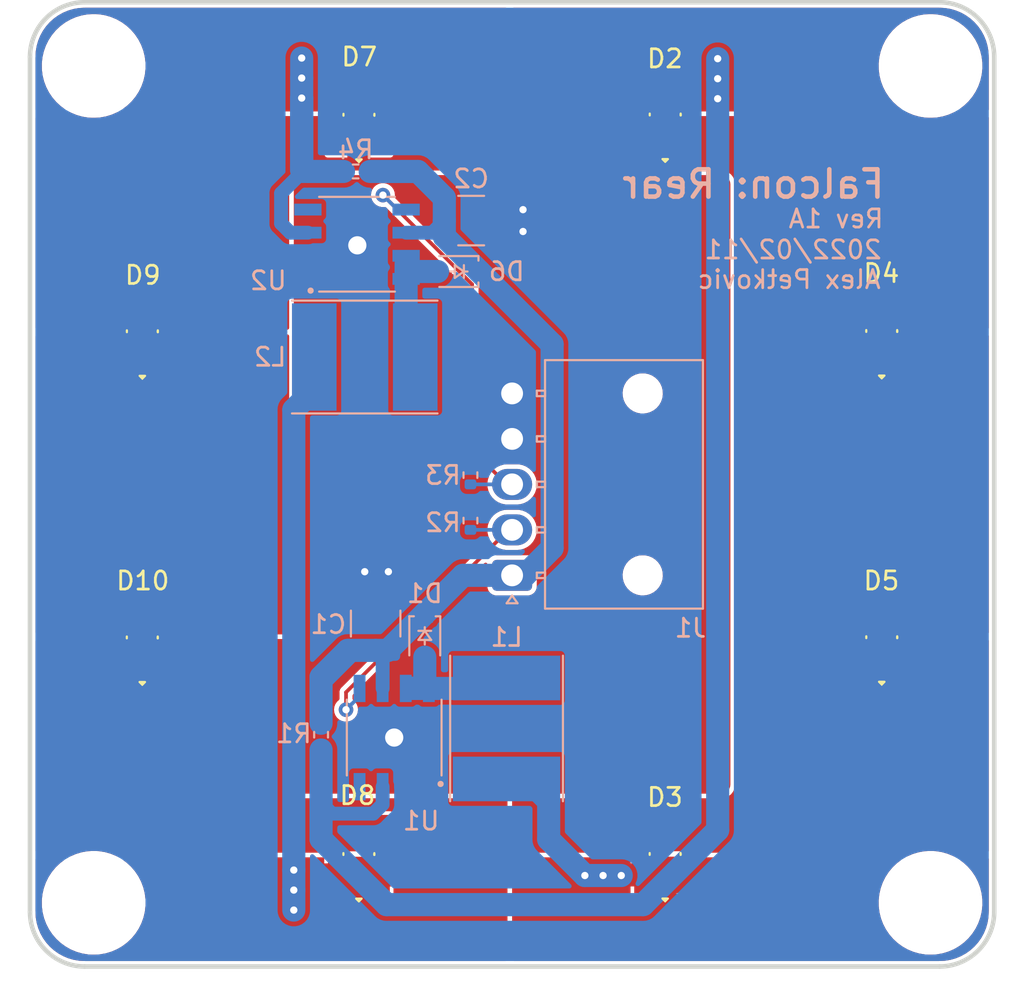
<source format=kicad_pcb>
(kicad_pcb (version 20211014) (generator pcbnew)
  (title_block (title "Project Falcon") (date "2022-02-11") (rev "1A") (company "University of Waterloo") (comment 1 "Mechatronics Engineering") (comment 2 "Final Year Design Project (Capstone)") (comment 3 "Alex Petkovic") (comment 4 "Rear Auxilliary PCB"))
  (layers (0 "F.Cu" signal) (31 "B.Cu" signal) (34 "B.Paste" user) (35 "F.Paste" user) (36 "B.SilkS" user "B.Silkscreen") (37 "F.SilkS" user "F.Silkscreen") (38 "B.Mask" user) (39 "F.Mask" user) (44 "Edge.Cuts" user))
  (net 0 "")
  (net 1 "GND")
  (net 2 "VSYS_SW")
  (net 3 "Net-(D1-Pad2)")
  (net 4 "Net-(D2-Pad1)")
  (net 5 "Net-(D7-Pad1)")
  (net 6 "PWM_LED_REAR1")
  (net 9 "/LED1_P")
  (net 10 "/LED1_N")
  (net 11 "/LED2_P")
  (net 12 "/LED2_N")
  (net 13 "PWM_LED_REAR2")
  (net 14 "Net-(D4-Pad1)")
  (net 15 "Net-(D6-Pad2)")
  (net 16 "Net-(D10-Pad1)")
  (net 17 "Net-(D10-Pad2)")
  (net 18 "Net-(D3-Pad2)")
  (footprint "JetkovKiCADLib:XQ-A-LED_Large" (layer "F.Cu") (at 153.415749 75.668547 -90)
    (fp_text reference "D2" (at -3.068547 0.015749) (layer "F.SilkS"))
    (fp_text value "XQA LED 1616 SMD")
    (fp_line (start 0.05 -0.85) (end -0.05 -0.85) (layer "F.SilkS") (width 0.12))
    (fp_line (start 0.05 0.85) (end -0.05 0.85) (layer "F.SilkS") (width 0.12))
    (fp_line (start 0 -0.85) (end 0.05 -0.85) (layer "F.SilkS") (width 0.12))
    (fp_poly (pts (xy 2.6 0) (xy 2.45 0.15) (xy 2.45 -0.15)) (layer "F.SilkS") (width 0.12) (fill solid))
    (pad "1" smd rect (at 1.15 0 270) (size 2 3.4) (layers "F.Cu" "F.Paste" "F.Mask") (net 4 "Net-(D2-Pad1)"))
    (pad "2" smd rect (at -1.15 0 270) (size 2 3.4) (layers "F.Cu" "F.Paste" "F.Mask") (net 9 "/LED1_P"))
  )
  (footprint "JetkovKiCADLib:MountingHole_2.7mm_M2.5_Clearanced" (layer "F.Cu") (at 122 119)
    (fp_text reference "H4" hide)
    (fp_text value "MountingHole")
    (pad "" np_thru_hole circle (at 0 0) (size 2.7 2.7) (drill 2.7) (layers F&B.Cu *.Mask) (clearance 1.5))
  )
  (footprint "JetkovKiCADLib:XQ-A-LED_Large" (layer "F.Cu") (at 136.577527 116.319111 -90)
    (fp_text reference "D8" (at -3.219111 0.077527) (layer "F.SilkS"))
    (fp_text value "XQA LED 1616 SMD")
    (fp_line (start 0.05 -0.85) (end -0.05 -0.85) (layer "F.SilkS") (width 0.12))
    (fp_line (start 0.05 0.85) (end -0.05 0.85) (layer "F.SilkS") (width 0.12))
    (fp_line (start 0 -0.85) (end 0.05 -0.85) (layer "F.SilkS") (width 0.12))
    (fp_poly (pts (xy 2.6 0) (xy 2.45 0.15) (xy 2.45 -0.15)) (layer "F.SilkS") (width 0.12) (fill solid))
    (pad "1" smd rect (at 1.15 0 270) (size 2 3.4) (layers "F.Cu" "F.Paste" "F.Mask") (net 12 "/LED2_N"))
    (pad "2" smd rect (at -1.15 0 270) (size 2 3.4) (layers "F.Cu" "F.Paste" "F.Mask") (net 16 "Net-(D10-Pad1)"))
  )
  (footprint "JetkovKiCADLib:XQ-A-LED_Large" (layer "F.Cu") (at 165.318275 104.399999 -90)
    (fp_text reference "D5" (at -3.099999 0.018275) (layer "F.SilkS"))
    (fp_text value "XQA LED 1616 SMD")
    (fp_line (start 0 -0.85) (end 0.05 -0.85) (layer "F.SilkS") (width 0.12))
    (fp_line (start 0.05 -0.85) (end -0.05 -0.85) (layer "F.SilkS") (width 0.12))
    (fp_line (start 0.05 0.85) (end -0.05 0.85) (layer "F.SilkS") (width 0.12))
    (fp_poly (pts (xy 2.6 0) (xy 2.45 0.15) (xy 2.45 -0.15)) (layer "F.SilkS") (width 0.12) (fill solid))
    (pad "1" smd rect (at 1.15 0 270) (size 2 3.4) (layers "F.Cu" "F.Paste" "F.Mask") (net 18 "Net-(D3-Pad2)"))
    (pad "2" smd rect (at -1.15 0 270) (size 2 3.4) (layers "F.Cu" "F.Paste" "F.Mask") (net 14 "Net-(D4-Pad1)"))
  )
  (footprint "JetkovKiCADLib:XQ-A-LED_Large" (layer "F.Cu") (at 136.581487 75.682264 -90)
    (fp_text reference "D7" (at -3.182264 -0.018513) (layer "F.SilkS"))
    (fp_text value "XQA LED 1616 SMD")
    (fp_line (start 0 -0.85) (end 0.05 -0.85) (layer "F.SilkS") (width 0.12))
    (fp_line (start 0.05 -0.85) (end -0.05 -0.85) (layer "F.SilkS") (width 0.12))
    (fp_line (start 0.05 0.85) (end -0.05 0.85) (layer "F.SilkS") (width 0.12))
    (fp_poly (pts (xy 2.6 0) (xy 2.45 0.15) (xy 2.45 -0.15)) (layer "F.SilkS") (width 0.12) (fill solid))
    (pad "1" smd rect (at 1.15 0 270) (size 2 3.4) (layers "F.Cu" "F.Paste" "F.Mask") (net 5 "Net-(D7-Pad1)"))
    (pad "2" smd rect (at -1.15 0 270) (size 2 3.4) (layers "F.Cu" "F.Paste" "F.Mask") (net 11 "/LED2_P"))
  )
  (footprint "JetkovKiCADLib:XQ-A-LED_Large" (layer "F.Cu") (at 153.412771 116.313853 -90)
    (fp_text reference "D3" (at -3.113853 0.012771) (layer "F.SilkS"))
    (fp_text value "XQA LED 1616 SMD")
    (fp_line (start 0.05 -0.85) (end -0.05 -0.85) (layer "F.SilkS") (width 0.12))
    (fp_line (start 0.05 0.85) (end -0.05 0.85) (layer "F.SilkS") (width 0.12))
    (fp_line (start 0 -0.85) (end 0.05 -0.85) (layer "F.SilkS") (width 0.12))
    (fp_poly (pts (xy 2.6 0) (xy 2.45 0.15) (xy 2.45 -0.15)) (layer "F.SilkS") (width 0.12) (fill solid))
    (pad "1" smd rect (at 1.15 0 270) (size 2 3.4) (layers "F.Cu" "F.Paste" "F.Mask") (net 10 "/LED1_N"))
    (pad "2" smd rect (at -1.15 0 270) (size 2 3.4) (layers "F.Cu" "F.Paste" "F.Mask") (net 18 "Net-(D3-Pad2)"))
  )
  (footprint "JetkovKiCADLib:XQ-A-LED_Large" (layer "F.Cu") (at 124.676038 87.5824 -90)
    (fp_text reference "D9" (at -3.0824 -0.023962) (layer "F.SilkS"))
    (fp_text value "XQA LED 1616 SMD")
    (fp_line (start 0 -0.85) (end 0.05 -0.85) (layer "F.SilkS") (width 0.12))
    (fp_line (start 0.05 0.85) (end -0.05 0.85) (layer "F.SilkS") (width 0.12))
    (fp_line (start 0.05 -0.85) (end -0.05 -0.85) (layer "F.SilkS") (width 0.12))
    (fp_poly (pts (xy 2.6 0) (xy 2.45 0.15) (xy 2.45 -0.15)) (layer "F.SilkS") (width 0.12) (fill solid))
    (pad "1" smd rect (at 1.15 0 270) (size 2 3.4) (layers "F.Cu" "F.Paste" "F.Mask") (net 17 "Net-(D10-Pad2)"))
    (pad "2" smd rect (at -1.15 0 270) (size 2 3.4) (layers "F.Cu" "F.Paste" "F.Mask") (net 5 "Net-(D7-Pad1)"))
  )
  (footprint "JetkovKiCADLib:XQ-A-LED_Large" (layer "F.Cu") (at 165.317478 87.567539 -90)
    (fp_text reference "D4" (at -3.167539 0.017478) (layer "F.SilkS"))
    (fp_text value "XQA LED 1616 SMD")
    (fp_line (start 0 -0.85) (end 0.05 -0.85) (layer "F.SilkS") (width 0.12))
    (fp_line (start 0.05 -0.85) (end -0.05 -0.85) (layer "F.SilkS") (width 0.12))
    (fp_line (start 0.05 0.85) (end -0.05 0.85) (layer "F.SilkS") (width 0.12))
    (fp_poly (pts (xy 2.6 0) (xy 2.45 0.15) (xy 2.45 -0.15)) (layer "F.SilkS") (width 0.12) (fill solid))
    (pad "1" smd rect (at 1.15 0 270) (size 2 3.4) (layers "F.Cu" "F.Paste" "F.Mask") (net 14 "Net-(D4-Pad1)"))
    (pad "2" smd rect (at -1.15 0 270) (size 2 3.4) (layers "F.Cu" "F.Paste" "F.Mask") (net 4 "Net-(D2-Pad1)"))
  )
  (footprint "JetkovKiCADLib:MountingHole_2.7mm_M2.5_Clearanced" (layer "F.Cu") (at 122 73)
    (fp_text reference "H2" hide)
    (fp_text value "MountingHole")
    (pad "" np_thru_hole circle (at 0 0) (size 2.7 2.7) (drill 2.7) (layers F&B.Cu *.Mask) (clearance 1.5))
  )
  (footprint "JetkovKiCADLib:XQ-A-LED_Large" (layer "F.Cu") (at 124.672292 104.412605 -90)
    (fp_text reference "D10" (at -3.112605 -0.027708) (layer "F.SilkS"))
    (fp_text value "XQA LED 1616 SMD")
    (fp_line (start 0 -0.85) (end 0.05 -0.85) (layer "F.SilkS") (width 0.12))
    (fp_line (start 0.05 0.85) (end -0.05 0.85) (layer "F.SilkS") (width 0.12))
    (fp_line (start 0.05 -0.85) (end -0.05 -0.85) (layer "F.SilkS") (width 0.12))
    (fp_poly (pts (xy 2.6 0) (xy 2.45 0.15) (xy 2.45 -0.15)) (layer "F.SilkS") (width 0.12) (fill solid))
    (pad "1" smd rect (at 1.15 0 270) (size 2 3.4) (layers "F.Cu" "F.Paste" "F.Mask") (net 16 "Net-(D10-Pad1)"))
    (pad "2" smd rect (at -1.15 0 270) (size 2 3.4) (layers "F.Cu" "F.Paste" "F.Mask") (net 17 "Net-(D10-Pad2)"))
  )
  (footprint "JetkovKiCADLib:MountingHole_2.7mm_M2.5_Clearanced" (layer "F.Cu") (at 168 73)
    (fp_text reference "H3" hide)
    (fp_text value "MountingHole")
    (pad "" np_thru_hole circle (at 0 0) (size 2.7 2.7) (drill 2.7) (layers F&B.Cu *.Mask) (clearance 1.5))
  )
  (footprint "JetkovKiCADLib:MountingHole_2.7mm_M2.5_Clearanced" (layer "F.Cu") (at 168 119)
    (fp_text reference "H1" hide)
    (fp_text value "MountingHole")
    (pad "" np_thru_hole circle (at 0 0) (size 2.7 2.7) (drill 2.7) (layers F&B.Cu *.Mask) (clearance 1.5))
  )
  (footprint "JetkovKiCADLib:8-SOIC_SO-8EP_DIO" (layer "B.Cu") (at 136.475 82.8)
    (fp_text reference "U2" (at -4.875 2) (layer "B.SilkS") (effects (justify mirror)))
    (fp_text value "AL8843QSP-13" hide)
    (fp_line (start 2.0828 2.6035) (end -2.0828 2.6035) (layer "B.SilkS") (width 0.12))
    (fp_line (start -2.0828 -2.6035) (end 2.0828 -2.6035) (layer "B.SilkS") (width 0.12))
    (fp_circle (center -2.55 2.55) (end -2.440722 2.532188) (layer "B.SilkS") (width 0.12) (fill none))
    (fp_circle (center -2.55 2.55) (end -2.55 2.55) (layer "B.SilkS") (width 0.12) (fill none))
    (pad "1" smd rect (at -2.7 1.905) (size 1.5 0.65) (layers "B.Cu" "B.Paste" "B.Mask") (net 1 "GND"))
    (pad "2" smd rect (at -2.7 0.635) (size 1.5 0.65) (layers "B.Cu" "B.Paste" "B.Mask") (net 1 "GND"))
    (pad "3" smd rect (at -2.7 -0.635) (size 1.5 0.65) (layers "B.Cu" "B.Paste" "B.Mask") (net 11 "/LED2_P"))
    (pad "4" smd rect (at -2.7 -1.905) (size 1.5 0.65) (layers "B.Cu" "B.Paste" "B.Mask"))
    (pad "5" smd rect (at 2.7 -1.905) (size 1.5 0.65) (layers "B.Cu" "B.Paste" "B.Mask") (net 13 "PWM_LED_REAR2"))
    (pad "6" smd rect (at 2.7 -0.635) (size 1.5 0.65) (layers "B.Cu" "B.Paste" "B.Mask") (net 2 "VSYS_SW"))
    (pad "7" smd rect (at 2.7 0.635) (size 1.5 0.65) (layers "B.Cu" "B.Paste" "B.Mask") (net 15 "Net-(D6-Pad2)"))
    (pad "8" smd rect (at 2.7 1.905) (size 1.5 0.65) (layers "B.Cu" "B.Paste" "B.Mask") (net 15 "Net-(D6-Pad2)"))
    (pad "EPAD" smd rect (at 0 0) (size 2.7 3.6) (layers "B.Cu" "B.Mask") (net 1 "GND"))
  )
  (footprint "Resistor_SMD:R_0402_1005Metric" (layer "B.Cu") (at 142.710115 95.49 -90)
    (fp_text reference "R3" (at 0.01 1.510115 180) (layer "B.SilkS") (effects (justify mirror)))
    (fp_text value "1M")
    (fp_line (start -0.153641 0.38) (end 0.153641 0.38) (layer "B.SilkS") (width 0.12))
    (fp_line (start -0.153641 -0.38) (end 0.153641 -0.38) (layer "B.SilkS") (width 0.12))
    (pad "1" smd roundrect locked (at -0.51 0 270) (size 0.54 0.64) (layers "B.Cu" "B.Paste" "B.Mask") (net 1 "GND"))
    (pad "2" smd roundrect locked (at 0.51 0 270) (size 0.54 0.64) (layers "B.Cu" "B.Paste" "B.Mask") (net 13 "PWM_LED_REAR2"))
  )
  (footprint "JetkovKiCADLib:L_Taiyo-Yuden_NR-60xx_HandSoldering" (layer "B.Cu") (at 144.6945 109.4166 -90)
    (fp_text reference "L1" (at -5.0166 -0.0055) (layer "B.SilkS") (effects (justify mirror)))
    (fp_text value "100uH")
    (fp_line (start -4 -3.1) (end 4 -3.1) (layer "B.SilkS") (width 0.12))
    (fp_line (start -4 3.1) (end 4 3.1) (layer "B.SilkS") (width 0.12))
    (pad "1" smd rect (at -2.775 0 270) (size 2.45 5.9) (layers "B.Cu" "B.Paste" "B.Mask") (net 3 "Net-(D1-Pad2)"))
    (pad "2" smd rect (at 2.775 0 270) (size 2.45 5.9) (layers "B.Cu" "B.Paste" "B.Mask") (net 10 "/LED1_N"))
  )
  (footprint "JetkovKiCADLib:L_Taiyo-Yuden_NR-60xx_HandSoldering" (layer "B.Cu") (at 136.9 89 180)
    (fp_text reference "L2" (at 5.2 0) (layer "B.SilkS") (effects (justify mirror)))
    (fp_text value "100uH")
    (fp_line (start -4 -3.1) (end 4 -3.1) (layer "B.SilkS") (width 0.12))
    (fp_line (start -4 3.1) (end 4 3.1) (layer "B.SilkS") (width 0.12))
    (pad "1" smd rect (at -2.775 0 180) (size 2.45 5.9) (layers "B.Cu" "B.Paste" "B.Mask") (net 15 "Net-(D6-Pad2)"))
    (pad "2" smd rect (at 2.775 0 180) (size 2.45 5.9) (layers "B.Cu" "B.Paste" "B.Mask") (net 12 "/LED2_N"))
  )
  (footprint "Resistor_SMD:R_0402_1005Metric" (layer "B.Cu") (at 136.4 78.8)
    (fp_text reference "R4" (at 0 -1.2) (layer "B.SilkS") (effects (justify mirror)))
    (fp_text value "499m")
    (fp_line (start -0.153641 0.38) (end 0.153641 0.38) (layer "B.SilkS") (width 0.12))
    (fp_line (start -0.153641 -0.38) (end 0.153641 -0.38) (layer "B.SilkS") (width 0.12))
    (pad "1" smd roundrect locked (at -0.51 0) (size 0.54 0.64) (layers "B.Cu" "B.Paste" "B.Mask") (net 11 "/LED2_P"))
    (pad "2" smd roundrect locked (at 0.51 0) (size 0.54 0.64) (layers "B.Cu" "B.Paste" "B.Mask") (net 2 "VSYS_SW"))
  )
  (footprint "Capacitor_SMD:C_1210_3225Metric" (layer "B.Cu") (at 137.5 103.65 -90)
    (fp_text reference "C1" (at 0.05 2.6) (layer "B.SilkS") (effects (justify mirror)))
    (fp_text value "10uF")
    (fp_line (start -0.711252 1.36) (end 0.711252 1.36) (layer "B.SilkS") (width 0.12))
    (fp_line (start -0.711252 -1.36) (end 0.711252 -1.36) (layer "B.SilkS") (width 0.12))
    (pad "1" smd roundrect locked (at -1.475 0 270) (size 1.15 2.7) (layers "B.Cu" "B.Paste" "B.Mask") (roundrect_rratio 0.2173913043) (net 1 "GND"))
    (pad "2" smd roundrect locked (at 1.475 0 270) (size 1.15 2.7) (layers "B.Cu" "B.Paste" "B.Mask") (roundrect_rratio 0.2173913043) (net 2 "VSYS_SW"))
  )
  (footprint "JetkovKiCADLib:SC-76-SOD-323_USC_TSB" (layer "B.Cu") (at 142.05 84.3 180)
    (fp_text reference "D6" (at -2.65 0) (layer "B.SilkS") (effects (justify mirror)))
    (fp_text value "500mA")
    (fp_line (start -1.1 -0.85) (end 1.05 -0.85) (layer "B.SilkS") (width 0.12))
    (fp_line (start -1.1 -0.85) (end -1.1 -0.6) (layer "B.SilkS") (width 0.12))
    (fp_line (start 0.2 0.35) (end 0.2 -0.35) (layer "B.SilkS") (width 0.12))
    (fp_line (start -0.3 0) (end -0.5 0) (layer "B.SilkS") (width 0.12))
    (fp_line (start 0.2 0) (end 0.45 0) (layer "B.SilkS") (width 0.12))
    (fp_line (start -0.3 0) (end 0.2 0.35) (layer "B.SilkS") (width 0.12))
    (fp_line (start -1.1 0.85) (end -1.1 0.6) (layer "B.SilkS") (width 0.12))
    (fp_line (start -0.3 0.35) (end -0.3 -0.35) (layer "B.SilkS") (width 0.12))
    (fp_line (start 0.2 -0.35) (end -0.3 0) (layer "B.SilkS") (width 0.12))
    (fp_line (start -1.1 0.85) (end 1.05 0.85) (layer "B.SilkS") (width 0.12))
    (pad "1" smd rect (at -1.15 0 180) (size 0.8 0.9) (layers "B.Cu" "B.Paste" "B.Mask") (net 2 "VSYS_SW"))
    (pad "2" smd rect (at 1.15 0 180) (size 0.8 0.9) (layers "B.Cu" "B.Paste" "B.Mask") (net 15 "Net-(D6-Pad2)"))
  )
  (footprint "Capacitor_SMD:C_1210_3225Metric" (layer "B.Cu") (at 142.75 81.5 180)
    (fp_text reference "C2" (at 0 2.3) (layer "B.SilkS") (effects (justify mirror)))
    (fp_text value "10uF")
    (fp_line (start -0.711252 -1.36) (end 0.711252 -1.36) (layer "B.SilkS") (width 0.12))
    (fp_line (start -0.711252 1.36) (end 0.711252 1.36) (layer "B.SilkS") (width 0.12))
    (pad "1" smd roundrect locked (at -1.475 0 180) (size 1.15 2.7) (layers "B.Cu" "B.Paste" "B.Mask") (roundrect_rratio 0.2173913043) (net 1 "GND"))
    (pad "2" smd roundrect locked (at 1.475 0 180) (size 1.15 2.7) (layers "B.Cu" "B.Paste" "B.Mask") (roundrect_rratio 0.2173913043) (net 2 "VSYS_SW"))
  )
  (footprint "Resistor_SMD:R_0402_1005Metric" (layer "B.Cu") (at 142.710115 97.99 -90)
    (fp_text reference "R2" (at 0.11 1.510115 180) (layer "B.SilkS") (effects (justify mirror)))
    (fp_text value "1M")
    (fp_line (start -0.153641 0.38) (end 0.153641 0.38) (layer "B.SilkS") (width 0.12))
    (fp_line (start -0.153641 -0.38) (end 0.153641 -0.38) (layer "B.SilkS") (width 0.12))
    (pad "1" smd roundrect locked (at -0.51 0 270) (size 0.54 0.64) (layers "B.Cu" "B.Paste" "B.Mask") (net 1 "GND"))
    (pad "2" smd roundrect locked (at 0.51 0 270) (size 0.54 0.64) (layers "B.Cu" "B.Paste" "B.Mask") (net 6 "PWM_LED_REAR1"))
  )
  (footprint "Resistor_SMD:R_0402_1005Metric" (layer "B.Cu") (at 134.5 109.76 90)
    (fp_text reference "R1" (at 0.06 -1.5) (layer "B.SilkS") (effects (justify mirror)))
    (fp_text value "499m")
    (fp_line (start -0.153641 -0.38) (end 0.153641 -0.38) (layer "B.SilkS") (width 0.12))
    (fp_line (start -0.153641 0.38) (end 0.153641 0.38) (layer "B.SilkS") (width 0.12))
    (pad "1" smd roundrect locked (at -0.51 0 90) (size 0.54 0.64) (layers "B.Cu" "B.Paste" "B.Mask") (net 9 "/LED1_P"))
    (pad "2" smd roundrect locked (at 0.51 0 90) (size 0.54 0.64) (layers "B.Cu" "B.Paste" "B.Mask") (net 2 "VSYS_SW"))
  )
  (footprint "JetkovKiCADLib:Molex_Nano-Fit_105313-xx05_1x05_P2.50mm_Horizontal" (layer "B.Cu") (at 145 101)
    (fp_text reference "J1" (at 9.8 2.9) (layer "B.SilkS") (effects (justify mirror)))
    (fp_text value "Nano-Fit")
    (fp_line (start 1.36 -10.15) (end 1.81 -10.15) (layer "B.SilkS") (width 0.12))
    (fp_line (start 1.81 -2.35) (end 1.36 -2.35) (layer "B.SilkS") (width 0.12))
    (fp_line (start 1.36 0.15) (end 1.36 -0.15) (layer "B.SilkS") (width 0.12))
    (fp_line (start 0.3 1.534264) (end -0.3 1.534264) (layer "B.SilkS") (width 0.12))
    (fp_line (start 1.81 -0.15) (end 1.81 0.15) (layer "B.SilkS") (width 0.12))
    (fp_line (start 1.36 -0.15) (end 1.81 -0.15) (layer "B.SilkS") (width 0.12))
    (fp_line (start 1.81 -9.85) (end 1.36 -9.85) (layer "B.SilkS") (width 0.12))
    (fp_line (start 1.81 -5.15) (end 1.81 -4.85) (layer "B.SilkS") (width 0.12))
    (fp_line (start 1.36 -7.35) (end 1.36 -7.65) (layer "B.SilkS") (width 0.12))
    (fp_line (start 1.81 -11.83) (end 10.49 -11.83) (layer "B.SilkS") (width 0.12))
    (fp_line (start 1.81 -4.85) (end 1.36 -4.85) (layer "B.SilkS") (width 0.12))
    (fp_line (start 1.81 -7.65) (end 1.81 -7.35) (layer "B.SilkS") (width 0.12))
    (fp_line (start 1.36 -2.65) (end 1.81 -2.65) (layer "B.SilkS") (width 0.12))
    (fp_line (start -0.3 1.534264) (end 0 1.11) (layer "B.SilkS") (width 0.12))
    (fp_line (start 10.49 1.83) (end 1.81 1.83) (layer "B.SilkS") (width 0.12))
    (fp_line (start 1.36 -5.15) (end 1.81 -5.15) (layer "B.SilkS") (width 0.12))
    (fp_line (start 1.36 -9.85) (end 1.36 -10.15) (layer "B.SilkS") (width 0.12))
    (fp_line (start 1.81 -2.65) (end 1.81 -2.35) (layer "B.SilkS") (width 0.12))
    (fp_line (start 1.81 -7.35) (end 1.36 -7.35) (layer "B.SilkS") (width 0.12))
    (fp_line (start 1.81 -10.15) (end 1.81 -9.85) (layer "B.SilkS") (width 0.12))
    (fp_line (start 1.81 0.15) (end 1.36 0.15) (layer "B.SilkS") (width 0.12))
    (fp_line (start 1.36 -4.85) (end 1.36 -5.15) (layer "B.SilkS") (width 0.12))
    (fp_line (start 1.36 -7.65) (end 1.81 -7.65) (layer "B.SilkS") (width 0.12))
    (fp_line (start 0 1.11) (end 0.3 1.534264) (layer "B.SilkS") (width 0.12))
    (fp_line (start 1.81 1.83) (end 1.81 -11.83) (layer "B.SilkS") (width 0.12))
    (fp_line (start 1.36 -2.35) (end 1.36 -2.65) (layer "B.SilkS") (width 0.12))
    (fp_line (start 10.49 -11.83) (end 10.49 1.83) (layer "B.SilkS") (width 0.12))
    (pad "" np_thru_hole circle (at 7.18 -10) (size 1.7 1.7) (drill 1.7) (layers *.Cu *.Mask))
    (pad "" np_thru_hole circle (at 7.18 0) (size 1.7 1.7) (drill 1.7) (layers *.Cu *.Mask))
    (pad "1" thru_hole roundrect (at 0 0) (size 2.2 1.7) (drill 1.2) (layers *.Cu *.Mask) (roundrect_rratio 0.1470588235) (net 2 "VSYS_SW"))
    (pad "2" thru_hole oval (at 0 -2.5) (size 2.2 1.7) (drill 1.2) (layers *.Cu *.Mask) (net 6 "PWM_LED_REAR1"))
    (pad "3" thru_hole oval (at 0 -5) (size 2.2 1.7) (drill 1.2) (layers *.Cu *.Mask) (net 13 "PWM_LED_REAR2"))
    (pad "4" thru_hole oval (at 0 -7.5) (size 2.2 1.7) (drill 1.2) (layers *.Cu *.Mask) (net 1 "GND"))
    (pad "5" thru_hole oval (at 0 -10) (size 2.2 1.7) (drill 1.2) (layers *.Cu *.Mask) (net 1 "GND"))
  )
  (footprint "JetkovKiCADLib:SC-76-SOD-323_USC_TSB" (layer "B.Cu") (at 140.2 104.35 -90)
    (fp_text reference "D1" (at -2.35 0) (layer "B.SilkS") (effects (justify mirror)))
    (fp_text value "500mA")
    (fp_line (start -1.1 0.85) (end 1.05 0.85) (layer "B.SilkS") (width 0.12))
    (fp_line (start -1.1 -0.85) (end 1.05 -0.85) (layer "B.SilkS") (width 0.12))
    (fp_line (start -1.1 0.85) (end -1.1 0.6) (layer "B.SilkS") (width 0.12))
    (fp_line (start -1.1 -0.85) (end -1.1 -0.6) (layer "B.SilkS") (width 0.12))
    (fp_line (start -0.3 0) (end 0.2 0.35) (layer "B.SilkS") (width 0.12))
    (fp_line (start 0.2 -0.35) (end -0.3 0) (layer "B.SilkS") (width 0.12))
    (fp_line (start -0.3 0.35) (end -0.3 -0.35) (layer "B.SilkS") (width 0.12))
    (fp_line (start 0.2 0) (end 0.45 0) (layer "B.SilkS") (width 0.12))
    (fp_line (start 0.2 0.35) (end 0.2 -0.35) (layer "B.SilkS") (width 0.12))
    (fp_line (start -0.3 0) (end -0.5 0) (layer "B.SilkS") (width 0.12))
    (pad "1" smd rect (at -1.15 0 270) (size 0.8 0.9) (layers "B.Cu" "B.Paste" "B.Mask") (net 2 "VSYS_SW"))
    (pad "2" smd rect (at 1.15 0 270) (size 0.8 0.9) (layers "B.Cu" "B.Paste" "B.Mask") (net 3 "Net-(D1-Pad2)"))
  )
  (footprint "JetkovKiCADLib:8-SOIC_SO-8EP_DIO" (layer "B.Cu") (at 138.5195 109.9166 90)
    (fp_text reference "U1" (at -4.5834 1.4805) (layer "B.SilkS") (effects (justify mirror)))
    (fp_text value "AL8843QSP-13" hide)
    (fp_line (start 2.0828 2.6035) (end -2.0828 2.6035) (layer "B.SilkS") (width 0.12))
    (fp_line (start -2.0828 -2.6035) (end 2.0828 -2.6035) (layer "B.SilkS") (width 0.12))
    (fp_circle (center -2.55 2.55) (end -2.55 2.55) (layer "B.SilkS") (width 0.12) (fill none))
    (fp_circle (center -2.55 2.55) (end -2.440722 2.532188) (layer "B.SilkS") (width 0.12) (fill none))
    (pad "1" smd rect (at -2.7 1.905 90) (size 1.5 0.65) (layers "B.Cu" "B.Paste" "B.Mask") (net 1 "GND"))
    (pad "2" smd rect (at -2.7 0.635 90) (size 1.5 0.65) (layers "B.Cu" "B.Paste" "B.Mask") (net 1 "GND"))
    (pad "3" smd rect (at -2.7 -0.635 90) (size 1.5 0.65) (layers "B.Cu" "B.Paste" "B.Mask") (net 9 "/LED1_P"))
    (pad "4" smd rect (at -2.7 -1.905 90) (size 1.5 0.65) (layers "B.Cu" "B.Paste" "B.Mask"))
    (pad "5" smd rect (at 2.7 -1.905 90) (size 1.5 0.65) (layers "B.Cu" "B.Paste" "B.Mask") (net 6 "PWM_LED_REAR1"))
    (pad "6" smd rect (at 2.7 -0.635 90) (size 1.5 0.65) (layers "B.Cu" "B.Paste" "B.Mask") (net 2 "VSYS_SW"))
    (pad "7" smd rect (at 2.7 0.635 90) (size 1.5 0.65) (layers "B.Cu" "B.Paste" "B.Mask") (net 3 "Net-(D1-Pad2)"))
    (pad "8" smd rect (at 2.7 1.905 90) (size 1.5 0.65) (layers "B.Cu" "B.Paste" "B.Mask") (net 3 "Net-(D1-Pad2)"))
    (pad "EPAD" smd rect (at 0 0 90) (size 2.7 3.6) (layers "B.Cu" "B.Mask") (net 1 "GND"))
  )
  (gr_line locked (start 168.5 69.5) (end 121.5 69.5) (layer "Edge.Cuts") (width 0.25))
  (gr_line locked (start 171.5 72.5) (end 171.5 119.5) (layer "Edge.Cuts") (width 0.25))
  (gr_arc locked (start 121.5 122.5) (mid 119.378679 121.621321) (end 118.5 119.5) (layer "Edge.Cuts") (width 0.25))
  (gr_line locked (start 121.5 122.5) (end 168.5 122.5) (layer "Edge.Cuts") (width 0.25))
  (gr_arc locked (start 118.5 72.5) (mid 119.37868 70.37868) (end 121.5 69.5) (layer "Edge.Cuts") (width 0.25))
  (gr_arc locked (start 168.5 69.5) (mid 170.62132 70.37868) (end 171.5 72.5) (layer "Edge.Cuts") (width 0.25))
  (gr_line locked (start 118.5 72.5) (end 118.5 119.5) (layer "Edge.Cuts") (width 0.25))
  (gr_arc locked (start 171.5 119.5) (mid 170.621321 121.621321) (end 168.5 122.5) (layer "Edge.Cuts") (width 0.25))
  (gr_text "2022/02/11" (at 165.4 83.10224) (layer "B.SilkS") (effects (font (size 1 1)) (justify left mirror)))
  (gr_text "Alex Petkovic" (at 165.35 84.736018) (layer "B.SilkS") (effects (font (size 1 1)) (justify left mirror)))
  (gr_text "Rev 1A" (at 165.5 81.40224) (layer "B.SilkS") (effects (font (size 1 1)) (justify left mirror)))
  (gr_text "Falcon: Rear" (at 165.6 79.5) (layer "B.SilkS") (effects (font (size 1.5 1.5) (thickness 0.25)) (justify left mirror)))
  (via (at 145.6 82.1) (size 0.8) (drill 0.4) (layers "F.Cu" "B.Cu") (net 1))
  (via (at 136.9 100.8) (size 0.8) (drill 0.4) (layers "F.Cu" "B.Cu") (net 1))
  (via (at 138.5195 109.9166) (size 1.7) (drill 1) (layers "F.Cu" "B.Cu") (net 1))
  (via (at 145.6 80.9) (size 0.8) (drill 0.4) (layers "F.Cu" "B.Cu") (net 1))
  (via (at 138.2 100.8) (size 0.8) (drill 0.4) (layers "F.Cu" "B.Cu") (net 1))
  (via (at 136.492072 82.859945) (size 1.7) (drill 1) (layers "F.Cu" "B.Cu") (net 1))
  (segment (start 139.1545 112.6166) (end 139.1545 110.5516) (width 1.27) (layer "B.Cu") (net 1))
  (segment (start 139.1545 112.6166) (end 140.4245 112.6166) (width 1.27) (layer "B.Cu") (net 1))
  (segment (start 139.1545 110.5516) (end 138.5195 109.9166) (width 1.27) (layer "B.Cu") (net 1))
  (segment (start 137.8845 105.5095) (end 137.5 105.125) (width 0.762) (layer "B.Cu") (net 2))
  (segment (start 137.5 105.125) (end 135.962078 105.125) (width 1.27) (layer "B.Cu") (net 2))
  (segment (start 138.175 105.125) (end 137.5 105.125) (width 1.27) (layer "B.Cu") (net 2))
  (segment (start 142.3 101) (end 138.175 105.125) (width 1.27) (layer "B.Cu") (net 2))
  (segment (start 140.61 82.165) (end 141.275 81.5) (width 0.762) (layer "B.Cu") (net 2))
  (segment (start 147.2 99.5) (end 145.7 101) (width 1.27) (layer "B.Cu") (net 2))
  (segment (start 136.470078 105.125) (end 137.5 105.125) (width 0.762) (layer "B.Cu") (net 2))
  (segment (start 145.7 101) (end 145 101) (width 1.27) (layer "B.Cu") (net 2))
  (segment (start 141.275 81.5) (end 141.275 82.375) (width 1.27) (layer "B.Cu") (net 2))
  (segment (start 143.2 84.3) (end 147.2 88.3) (width 1.27) (layer "B.Cu") (net 2))
  (segment (start 141.275 82.375) (end 143.2 84.3) (width 1.27) (layer "B.Cu") (net 2))
  (segment (start 134.5 107.095078) (end 136.470078 105.125) (width 0.762) (layer "B.Cu") (net 2))
  (segment (start 141.275 81.5) (end 141.275 80.250978) (width 1.27) (layer "B.Cu") (net 2))
  (segment (start 145 101) (end 142.3 101) (width 1.27) (layer "B.Cu") (net 2))
  (segment (start 141.275 80.250978) (end 139.824022 78.8) (width 1.27) (layer "B.Cu") (net 2))
  (segment (start 137.8845 107.2166) (end 137.8845 105.5095) (width 0.762) (layer "B.Cu") (net 2))
  (segment (start 135.962078 105.125) (end 134.5 106.587078) (width 1.27) (layer "B.Cu") (net 2))
  (segment (start 139.175 82.165) (end 140.61 82.165) (width 0.762) (layer "B.Cu") (net 2))
  (segment (start 139.824022 78.8) (end 137.2 78.8) (width 1.27) (layer "B.Cu") (net 2))
  (segment (start 147.2 88.3) (end 147.2 99.5) (width 1.27) (layer "B.Cu") (net 2))
  (segment (start 134.5 106.587078) (end 134.5 109.13048) (width 1.27) (layer "B.Cu") (net 2))
  (segment (start 139.5 107.2) (end 139.5166 107.2166) (width 1.27) (layer "B.Cu") (net 3))
  (segment (start 140.2 105.5) (end 140.2 106.9921) (width 1.27) (layer "B.Cu") (net 3))
  (segment (start 144.1195 107.2166) (end 144.6945 106.6416) (width 1.27) (layer "B.Cu") (net 3))
  (segment (start 140.2 106.9921) (end 140.4245 107.2166) (width 0.762) (layer "B.Cu") (net 3))
  (segment (start 139.5166 107.2166) (end 144.1195 107.2166) (width 1.27) (layer "B.Cu") (net 3))
  (segment (start 144.8 98.5) (end 135.871075 107.428925) (width 0.2032) (layer "F.Cu") (net 6))
  (segment (start 145 98.5) (end 144.8 98.5) (width 0.2032) (layer "F.Cu") (net 6))
  (segment (start 135.871075 107.428925) (end 135.871075 108.38581) (width 0.2032) (layer "F.Cu") (net 6))
  (via (at 135.871075 108.38581) (size 0.8) (drill 0.4) (layers "F.Cu" "B.Cu") (net 6))
  (segment (start 135.871075 108.38581) (end 136.19875 108.058135) (width 0.2032) (layer "B.Cu") (net 6))
  (segment (start 136.201393 108.058135) (end 136.6145 107.645028) (width 0.2032) (layer "B.Cu") (net 6))
  (segment (start 142.710115 98.5) (end 145 98.5) (width 0.2032) (layer "B.Cu") (net 6))
  (segment (start 136.19875 108.058135) (end 136.201393 108.058135) (width 0.2032) (layer "B.Cu") (net 6))
  (segment (start 136.6145 107.645028) (end 136.6145 107.2166) (width 0.2032) (layer "B.Cu") (net 6))
  (via (at 156.3 74.8) (size 0.8) (drill 0.4) (layers "F.Cu" "B.Cu") (net 9))
  (via (at 156.3 72.6) (size 0.8) (drill 0.4) (layers "F.Cu" "B.Cu") (net 9))
  (via (at 156.3 73.7) (size 0.8) (drill 0.4) (layers "F.Cu" "B.Cu") (net 9))
  (segment (start 156.3 73.7) (end 156.3 72.6) (width 1.27) (layer "B.Cu") (net 9))
  (segment (start 134.5 113.5) (end 134.5 115.5) (width 1.27) (layer "B.Cu") (net 9))
  (segment (start 152.2 119.1) (end 156.3 115) (width 1.27) (layer "B.Cu") (net 9))
  (segment (start 134.5 115.5) (end 138.1 119.1) (width 1.27) (layer "B.Cu") (net 9))
  (segment (start 137.8845 112.6166) (end 137.8845 113.582622) (width 0.762) (layer "B.Cu") (net 9))
  (segment (start 156.3 74.8) (end 156.3 73.7) (width 1.27) (layer "B.Cu") (net 9))
  (segment (start 138.1 119.1) (end 152.2 119.1) (width 1.27) (layer "B.Cu") (net 9))
  (segment (start 156.3 115) (end 156.3 74.8) (width 1.27) (layer "B.Cu") (net 9))
  (segment (start 134.5 112.8) (end 134.5 113.5) (width 1.27) (layer "B.Cu") (net 9))
  (segment (start 137.367122 114.1) (end 135.1 114.1) (width 0.762) (layer "B.Cu") (net 9))
  (segment (start 137.8845 113.582622) (end 137.367122 114.1) (width 0.762) (layer "B.Cu") (net 9))
  (segment (start 134.5 112.8) (end 134.5 110.6) (width 1.27) (layer "B.Cu") (net 9))
  (segment (start 135.1 114.1) (end 134.5 113.5) (width 0.762) (layer "B.Cu") (net 9))
  (via (at 150 117.5) (size 0.8) (drill 0.4) (layers "F.Cu" "B.Cu") (net 10))
  (via (at 149 117.5) (size 0.8) (drill 0.4) (layers "F.Cu" "B.Cu") (net 10))
  (via (at 151 117.5) (size 0.8) (drill 0.4) (layers "F.Cu" "B.Cu") (net 10))
  (segment (start 149 117.5) (end 147.010153 115.510153) (width 1.27) (layer "B.Cu") (net 10))
  (segment (start 147.010153 115.510153) (end 147.010153 113.410153) (width 1.27) (layer "B.Cu") (net 10))
  (segment (start 151 117.5) (end 149 117.5) (width 1.27) (layer "B.Cu") (net 10))
  (segment (start 147.010153 113.410153) (end 145.7916 112.1916) (width 1.27) (layer "B.Cu") (net 10))
  (segment (start 145.7916 112.1916) (end 144.6945 112.1916) (width 1.27) (layer "B.Cu") (net 10))
  (via (at 133.433978 74.766022) (size 0.8) (drill 0.4) (layers "F.Cu" "B.Cu") (net 11))
  (via (at 133.433978 73.666022) (size 0.8) (drill 0.4) (layers "F.Cu" "B.Cu") (net 11))
  (via (at 133.433978 72.566022) (size 0.8) (drill 0.4) (layers "F.Cu" "B.Cu") (net 11))
  (segment (start 133.5 78.8) (end 133.433978 78.733978) (width 1.27) (layer "B.Cu") (net 11))
  (segment (start 133.433978 74.766022) (end 133.433978 73.666022) (width 1.27) (layer "B.Cu") (net 11))
  (segment (start 132.3 80) (end 132.3 81.656022) (width 0.762) (layer "B.Cu") (net 11))
  (segment (start 133.7 78.8) (end 135.73048 78.8) (width 1.27) (layer "B.Cu") (net 11))
  (segment (start 133.433978 74.766022) (end 133.433978 78.533978) (width 1.27) (layer "B.Cu") (net 11))
  (segment (start 133.433978 78.733978) (end 133.433978 74.766022) (width 1.27) (layer "B.Cu") (net 11))
  (segment (start 133.5 78.8) (end 132.3 80) (width 0.762) (layer "B.Cu") (net 11))
  (segment (start 133.433978 73.666022) (end 133.433978 72.566022) (width 1.27) (layer "B.Cu") (net 11))
  (segment (start 133.433978 78.533978) (end 133.7 78.8) (width 1.27) (layer "B.Cu") (net 11))
  (segment (start 132.3 81.656022) (end 132.808978 82.165) (width 0.762) (layer "B.Cu") (net 11))
  (segment (start 132.808978 82.165) (end 133.775 82.165) (width 0.762) (layer "B.Cu") (net 11))
  (via (at 133 118.3) (size 0.8) (drill 0.4) (layers "F.Cu" "B.Cu") (net 12))
  (via (at 133 117.2) (size 0.8) (drill 0.4) (layers "F.Cu" "B.Cu") (net 12))
  (via (at 133 119.4) (size 0.8) (drill 0.4) (layers "F.Cu" "B.Cu") (net 12))
  (segment (start 133 91.9) (end 133 117.2) (width 1.27) (layer "B.Cu") (net 12))
  (segment (start 134.275 89) (end 134.275 90.625) (width 1.27) (layer "B.Cu") (net 12))
  (segment (start 133 117.2) (end 133 118.3) (width 1.27) (layer "B.Cu") (net 12))
  (segment (start 134.275 90.625) (end 133 91.9) (width 1.27) (layer "B.Cu") (net 12))
  (segment (start 133 118.3) (end 133 119.4) (width 1.27) (layer "B.Cu") (net 12))
  (segment (start 137.9 80.1) (end 142.8 85) (width 0.2032) (layer "F.Cu") (net 13))
  (segment (start 142.8 85) (end 142.8 94.1) (width 0.2032) (layer "F.Cu") (net 13))
  (segment (start 142.8 94.1) (end 144.7 96) (width 0.2032) (layer "F.Cu") (net 13))
  (segment (start 144.7 96) (end 145 96) (width 0.2032) (layer "F.Cu") (net 13))
  (via (at 137.9 80.1) (size 0.8) (drill 0.4) (layers "F.Cu" "B.Cu") (net 13))
  (segment (start 142.710115 96) (end 145 96) (width 0.2032) (layer "B.Cu") (net 13))
  (segment (start 137.9 80.1) (end 138.695 80.895) (width 0.2032) (layer "B.Cu") (net 13))
  (segment (start 138.695 80.895) (end 139.175 80.895) (width 0.2032) (layer "B.Cu") (net 13))
  (segment (start 139.175 88.35) (end 139.825 89) (width 1.27) (layer "B.Cu") (net 15))
  (segment (start 139.2 84.3) (end 139.175 84.325) (width 1.27) (layer "B.Cu") (net 15))
  (segment (start 140.9 84.3) (end 139.2 84.3) (width 1.27) (layer "B.Cu") (net 15))
  (segment (start 139.175 84.325) (end 139.175 88.35) (width 1.27) (layer "B.Cu") (net 15))
  (segment (start 139.175 83.875) (end 139.175 84.325) (width 1.27) (layer "B.Cu") (net 15))
  (zone (net 18) (net_name "Net-(D3-Pad2)") (layer "F.Cu") (priority 3) (connect_pads (clearance 0.254)) (min_thickness 0.2032) (fill yes (thermal_gap 0.2032) (thermal_bridge_width 1.27))
    (polygon (pts (xy 171.5 116.5) (xy 145 116.5) (xy 145 110.5) (xy 150.5 104.5) (xy 171.5 104.5)))
  )
  (zone (net 12) (net_name "/LED2_N") (layer "F.Cu") (priority 2) (connect_pads (clearance 0.254)) (min_thickness 0.2032) (fill yes (thermal_gap 0.2032) (thermal_bridge_width 1.27))
    (polygon (pts (xy 145 122.5) (xy 118.5 122.5) (xy 118.5 116.5) (xy 145 116.5)))
  )
  (zone (net 17) (net_name "Net-(D10-Pad2)") (layer "F.Cu") (connect_pads (clearance 0.254)) (min_thickness 0.2032) (fill yes (thermal_gap 0.2032) (thermal_bridge_width 1.27))
    (polygon (pts (xy 145 104.5) (xy 118.5 104.5) (xy 118.5 87.5) (xy 145 87.5)))
  )
  (zone (net 5) (net_name "Net-(D7-Pad1)") (layer "F.Cu") (priority 1) (connect_pads (clearance 0.254)) (min_thickness 0.2032) (fill yes (thermal_gap 0.2032) (thermal_bridge_width 1.27))
    (polygon (pts (xy 145 81.5) (xy 140 87.5) (xy 118.5 87.5) (xy 118.5 75.5) (xy 145 75.5)))
  )
  (zone (net 4) (net_name "Net-(D2-Pad1)") (layer "F.Cu") (priority 2) (connect_pads (clearance 0.254)) (min_thickness 0.2032) (fill yes (thermal_gap 0.2032) (thermal_bridge_width 1.27))
    (polygon (pts (xy 171.5 87.5) (xy 150 87.5) (xy 145 81.5) (xy 145 75.5) (xy 171.5 75.5)))
  )
  (zone (net 1) (net_name "GND") (layer "F.Cu") (priority 10) (connect_pads yes (clearance 0.254)) (min_thickness 0.2032) (fill yes (thermal_gap 0.2032) (thermal_bridge_width 1.27) (smoothing fillet) (radius 0.5))
    (polygon (pts (xy 157 113) (xy 133 113) (xy 133 79) (xy 157 79)))
  )
  (zone (net 11) (net_name "/LED2_P") (layer "F.Cu") (priority 3) (connect_pads (clearance 0.254)) (min_thickness 0.2032) (fill yes (thermal_gap 0.2032) (thermal_bridge_width 1.27))
    (polygon (pts (xy 145 75.5) (xy 118.5 75.5) (xy 118.5 69.5) (xy 145 69.5)))
  )
  (zone (net 14) (net_name "Net-(D4-Pad1)") (layer "F.Cu") (priority 1) (connect_pads (clearance 0.254)) (min_thickness 0.2032) (fill yes (thermal_gap 0.2032) (thermal_bridge_width 1.27))
    (polygon (pts (xy 171.5 104.5) (xy 145 104.5) (xy 145 87.5) (xy 171.5 87.5)))
  )
  (zone (net 9) (net_name "/LED1_P") (layer "F.Cu") (priority 4) (connect_pads (clearance 0.254)) (min_thickness 0.2032) (fill yes (thermal_gap 0.2032) (thermal_bridge_width 1.27))
    (polygon (pts (xy 171.5 75.5) (xy 145 75.5) (xy 145 69.5) (xy 171.5 69.5)))
  )
  (zone (net 10) (net_name "/LED1_N") (layer "F.Cu") (priority 4) (connect_pads (clearance 0.254)) (min_thickness 0.2032) (fill yes (thermal_gap 0.2032) (thermal_bridge_width 1.27))
    (polygon (pts (xy 171.5 122.5) (xy 145 122.5) (xy 145 116.5) (xy 171.5 116.5)))
  )
  (zone (net 16) (net_name "Net-(D10-Pad1)") (layer "F.Cu") (priority 1) (connect_pads (clearance 0.254)) (min_thickness 0.2032) (fill yes (thermal_gap 0.2032) (thermal_bridge_width 1.27))
    (polygon (pts (xy 145 110.5) (xy 145 116.5) (xy 118.5 116.5) (xy 118.5 104.5) (xy 140 104.5)))
  )
  (zone (net 1) (net_name "GND") (layer "B.Cu") (priority 2) (connect_pads yes (clearance 0.254)) (min_thickness 0.254) (fill yes (thermal_gap 0.2032) (thermal_bridge_width 1.27) (smoothing fillet) (radius 0.5))
    (polygon (pts (xy 171.5 122.5) (xy 118.5 122.5) (xy 118.5 69.5) (xy 171.5 69.5)))
  )
)
</source>
